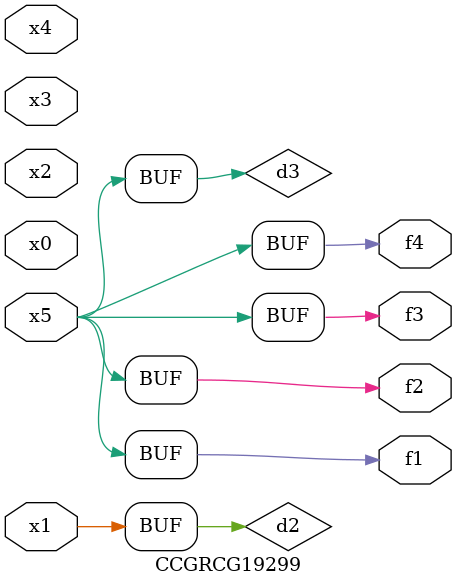
<source format=v>
module CCGRCG19299(
	input x0, x1, x2, x3, x4, x5,
	output f1, f2, f3, f4
);

	wire d1, d2, d3;

	not (d1, x5);
	or (d2, x1);
	xnor (d3, d1);
	assign f1 = d3;
	assign f2 = d3;
	assign f3 = d3;
	assign f4 = d3;
endmodule

</source>
